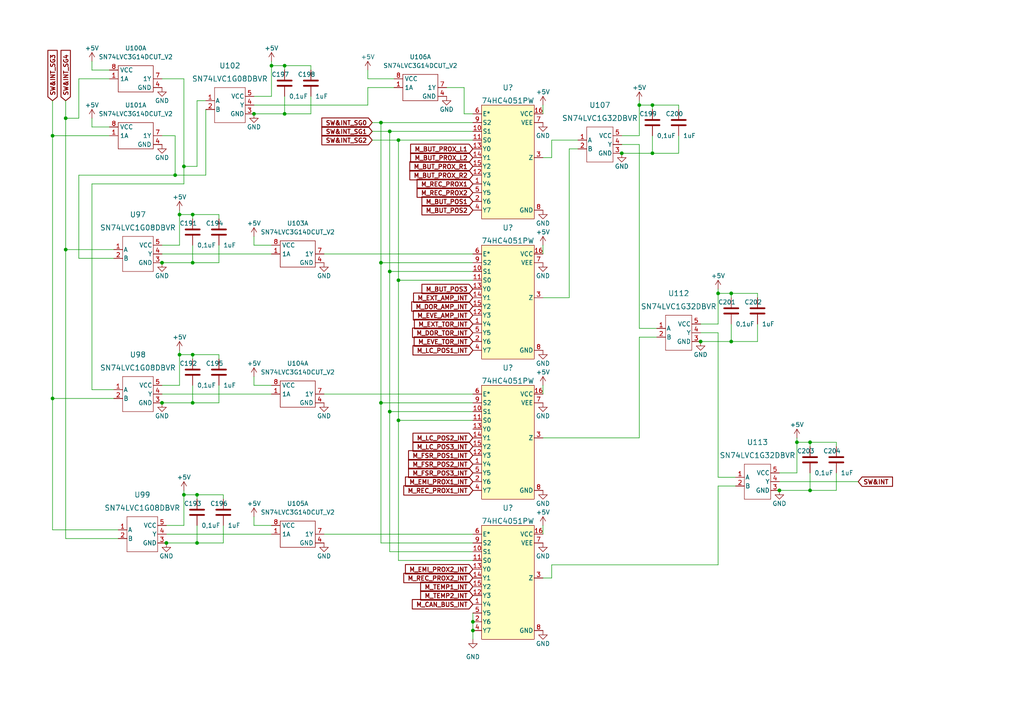
<source format=kicad_sch>
(kicad_sch (version 20211123) (generator eeschema)
  (paper "A4")
  (title_block (title "BUMBLEBEE") (date "2024-01-15") (rev "1.00") (company "ExoFlex") (comment 1 "Bumblebee"))
  (lib_symbols
    (symbol "Device:C" (pin_numbers hide) (pin_names (offset 0.254))
      (property "Reference" "C" (at 0.635 2.54 0))
      (property "Value" "C" (at 0.635 -2.54 0))
      (symbol "C_0_1"
        (polyline (pts (xy -2.032 -0.762) (xy 2.032 -0.762)) (stroke (width 0.508)))
        (polyline (pts (xy -2.032 0.762) (xy 2.032 0.762)) (stroke (width 0.508)))
      )
      (symbol "C_1_1"
        (pin passive line (at 0 3.81 270) (length 2.794) (name "~") (number "1"))
        (pin passive line (at 0 -3.81 90) (length 2.794) (name "~") (number "2"))
      )
    )
    (symbol "SymLib:74HC4051PW" (pin_names (offset 0.254))
      (property "Reference" "U" (at 21.59 10.16 0))
      (property "Value" "74HC4051PW" (at 22.86 6.35 0))
      (symbol "74HC4051PW_0_0"
        (rectangle (start 15.24 5.08) (end 30.48 -27.94) (fill (type background)))
      )
      (symbol "74HC4051PW_0_1"
        (pin bidirectional line (at 12.7 -17.78 0) (length 2.54) (name "Y4") (number "1"))
        (pin input line (at 12.7 -2.54 0) (length 2.54) (name "S1") (number "10"))
        (pin input line (at 12.7 -5.08 0) (length 2.54) (name "S0") (number "11"))
        (pin bidirectional line (at 12.7 -15.24 0) (length 2.54) (name "Y3") (number "12"))
        (pin bidirectional line (at 12.7 -7.62 0) (length 2.54) (name "Y0") (number "13"))
        (pin bidirectional line (at 12.7 -10.16 0) (length 2.54) (name "Y1") (number "14"))
        (pin bidirectional line (at 12.7 -12.7 0) (length 2.54) (name "Y2") (number "15"))
        (pin power_in line (at 33.02 2.54 180) (length 2.54) (name "VCC") (number "16"))
        (pin bidirectional line (at 12.7 -22.86 0) (length 2.54) (name "Y6") (number "2"))
        (pin bidirectional line (at 33.02 -10.16 180) (length 2.54) (name "Z") (number "3"))
        (pin bidirectional line (at 12.7 -25.4 0) (length 2.54) (name "Y7") (number "4"))
        (pin bidirectional line (at 12.7 -20.32 0) (length 2.54) (name "Y5") (number "5"))
        (pin input line (at 12.7 2.54 0) (length 2.54) (name "E*") (number "6"))
        (pin power_in line (at 33.02 0 180) (length 2.54) (name "VEE") (number "7"))
        (pin power_in line (at 33.02 -25.4 180) (length 2.54) (name "GND") (number "8"))
        (pin input line (at 12.7 0 0) (length 2.54) (name "S2") (number "9"))
      )
    )
    (symbol "SymLib:SN74LVC1G08DBVR" (pin_names (offset 0.254))
      (property "Reference" "U" (at 25.4 10.16 0))
      (property "Value" "SN74LVC1G08DBVR" (at 25.4 7.62 0))
      (symbol "SN74LVC1G08DBVR_0_1"
        (polyline (pts (xy 20.32 -7.62) (xy 29.21 -7.62)) (stroke (width 0.127)))
        (polyline (pts (xy 20.32 2.54) (xy 20.32 -7.62)) (stroke (width 0.127)))
        (polyline (pts (xy 29.21 -7.62) (xy 29.21 2.54)) (stroke (width 0.127)))
        (polyline (pts (xy 29.21 2.54) (xy 20.32 2.54)) (stroke (width 0.127)))
        (pin input line (at 17.78 -1.27 0) (length 2.54) (name "A") (number "1"))
        (pin input line (at 17.78 -3.81 0) (length 2.54) (name "B") (number "2"))
        (pin power_in line (at 31.75 -5.08 180) (length 2.54) (name "GND") (number "3"))
        (pin output line (at 31.75 -2.54 180) (length 2.54) (name "Y") (number "4"))
        (pin power_in line (at 31.75 0 180) (length 2.54) (name "VCC") (number "5"))
      )
    )
    (symbol "SymLib:SN74LVC1G32DBVR" (pin_names (offset 0.254))
      (property "Reference" "U" (at 25.4 10.16 0))
      (property "Value" "SN74LVC1G32DBVR" (at 25.4 7.62 0))
      (symbol "SN74LVC1G32DBVR_0_1"
        (polyline (pts (xy 21.59 -7.62) (xy 29.21 -7.62)) (stroke (width 0.127)))
        (polyline (pts (xy 21.59 2.54) (xy 21.59 -7.62)) (stroke (width 0.127)))
        (polyline (pts (xy 29.21 -7.62) (xy 29.21 2.54)) (stroke (width 0.127)))
        (polyline (pts (xy 29.21 2.54) (xy 21.59 2.54)) (stroke (width 0.127)))
        (pin input line (at 19.05 -1.27 0) (length 2.54) (name "A") (number "1"))
        (pin input line (at 19.05 -3.81 0) (length 2.54) (name "B") (number "2"))
        (pin power_in line (at 31.75 -5.08 180) (length 2.54) (name "GND") (number "3"))
        (pin output line (at 31.75 -2.54 180) (length 2.54) (name "Y") (number "4"))
        (pin power_in line (at 31.75 0 180) (length 2.54) (name "VCC") (number "5"))
      )
    )
    (symbol "SymLib:SN74LVC3G14DCUT_V2"
      (property "Reference" "U" (at -3.81 5.08 0))
      (property "Value" "SN74LVC3G14DCUT_V2" (at 0 -5.08 0))
      (symbol "SN74LVC3G14DCUT_V2_0_1"
        (rectangle (start -5.08 -3.81) (end 5.08 -3.81))
        (rectangle (start -5.08 3.81) (end -5.08 -3.81))
        (rectangle (start -5.08 3.81) (end 5.08 3.81))
        (rectangle (start 5.08 3.81) (end 5.08 -3.81))
      )
      (symbol "SN74LVC3G14DCUT_V2_1_1"
        (pin bidirectional line (at -7.62 0 0) (length 2.54) (name "1A") (number "1"))
        (pin bidirectional line (at 7.62 -2.54 180) (length 2.54) (name "GND") (number "4"))
        (pin output line (at 7.62 0 180) (length 2.54) (name "1Y") (number "7"))
        (pin bidirectional line (at -7.62 2.54 0) (length 2.54) (name "VCC") (number "8"))
      )
      (symbol "SN74LVC3G14DCUT_V2_2_1"
        (pin bidirectional line (at -7.62 0 0) (length 2.54) (name "2A") (number "3"))
        (pin output line (at 7.62 0 180) (length 2.54) (name "2Y") (number "5"))
      )
      (symbol "SN74LVC3G14DCUT_V2_3_1"
        (pin output line (at 7.62 0 180) (length 2.54) (name "3Y") (number "2"))
        (pin bidirectional line (at -7.62 0 0) (length 2.54) (name "3A") (number "6"))
      )
    )
    (symbol "power:+5V" (power) (pin_names (offset 0))
      (property "Value" "+5V" (at 0 3.556 0))
      (symbol "+5V_0_1"
        (polyline (pts (xy -0.762 1.27) (xy 0 2.54)))
        (polyline (pts (xy 0 0) (xy 0 2.54)))
        (polyline (pts (xy 0 2.54) (xy 0.762 1.27)))
      )
      (symbol "+5V_1_1"
        (pin power_in line (at 0 0 90) (length 0) hide (name "+5V") (number "1"))
      )
    )
    (symbol "power:GND" (power) (pin_names (offset 0))
      (property "Value" "GND" (at 0 -3.81 0))
      (symbol "GND_0_1"
        (polyline (pts (xy 0 0) (xy 0 -1.27) (xy 1.27 -1.27) (xy 0 -2.54) (xy -1.27 -1.27) (xy 0 -1.27)))
      )
      (symbol "GND_1_1"
        (pin power_in line (at 0 0 270) (length 0) hide (name "GND") (number "1"))
      )
    )
  )
  (junction (at 137.16 180.34))
  (junction (at 115.57 40.64))
  (junction (at 50.8 50.8))
  (junction (at 78.74 19.05))
  (junction (at 113.03 119.38))
  (junction (at 15.24 39.37))
  (junction (at 113.03 38.1))
  (junction (at 234.95 128.27))
  (junction (at 189.23 30.48))
  (junction (at 19.05 34.29))
  (junction (at 52.07 102.87))
  (junction (at 115.57 81.28))
  (junction (at 55.88 76.2))
  (junction (at 46.99 76.2))
  (junction (at 208.28 85.09))
  (junction (at 212.09 85.09))
  (junction (at 55.88 102.87))
  (junction (at 82.55 33.02))
  (junction (at 110.49 35.56))
  (junction (at 110.49 116.84))
  (junction (at 212.09 99.06))
  (junction (at 46.99 116.84))
  (junction (at 82.55 19.05))
  (junction (at 203.2 99.06))
  (junction (at 180.34 44.45))
  (junction (at 226.06 142.24))
  (junction (at 19.05 72.39))
  (junction (at 53.34 143.51))
  (junction (at 55.88 116.84))
  (junction (at 53.34 48.26))
  (junction (at 137.16 182.88))
  (junction (at 55.88 62.23))
  (junction (at 57.15 157.48))
  (junction (at 73.66 33.02))
  (junction (at 57.15 143.51))
  (junction (at 115.57 121.92))
  (junction (at 185.42 30.48))
  (junction (at 234.95 142.24))
  (junction (at 110.49 76.2))
  (junction (at 15.24 115.57))
  (junction (at 48.26 157.48))
  (junction (at 189.23 44.45))
  (junction (at 113.03 78.74))
  (junction (at 52.07 62.23))
  (junction (at 231.14 128.27))
  (wire (pts (xy 93.98 114.3) (xy 137.16 114.3)))
  (wire (pts (xy 231.14 127) (xy 231.14 128.27)))
  (wire (pts (xy 189.23 31.75) (xy 189.23 30.48)))
  (wire (pts (xy 55.88 76.2) (xy 63.5 76.2)))
  (wire (pts (xy 53.34 53.34) (xy 26.67 53.34)))
  (wire (pts (xy 134.62 25.4) (xy 134.62 33.02)))
  (wire (pts (xy 73.66 111.76) (xy 78.74 111.76)))
  (wire (pts (xy 48.26 157.48) (xy 57.15 157.48)))
  (wire (pts (xy 110.49 116.84) (xy 110.49 157.48)))
  (wire (pts (xy 15.24 39.37) (xy 15.24 115.57)))
  (wire (pts (xy 110.49 157.48) (xy 137.16 157.48)))
  (wire (pts (xy 64.77 152.4) (xy 64.77 157.48)))
  (wire (pts (xy 46.99 114.3) (xy 78.74 114.3)))
  (wire (pts (xy 15.24 153.67) (xy 34.29 153.67)))
  (wire (pts (xy 26.67 113.03) (xy 33.02 113.03)))
  (wire (pts (xy 242.57 129.54) (xy 242.57 128.27)))
  (wire (pts (xy 46.99 76.2) (xy 55.88 76.2)))
  (wire (pts (xy 73.66 30.48) (xy 106.68 30.48)))
  (wire (pts (xy 53.34 143.51) (xy 53.34 152.4)))
  (wire (pts (xy 180.34 41.91) (xy 185.42 41.91)))
  (wire (pts (xy 55.88 111.76) (xy 55.88 116.84)))
  (wire (pts (xy 115.57 81.28) (xy 115.57 121.92)))
  (wire (pts (xy 50.8 50.8) (xy 59.69 50.8)))
  (wire (pts (xy 231.14 128.27) (xy 234.95 128.27)))
  (wire (pts (xy 19.05 34.29) (xy 19.05 72.39)))
  (wire (pts (xy 134.62 33.02) (xy 137.16 33.02)))
  (wire (pts (xy 185.42 29.21) (xy 185.42 30.48)))
  (wire (pts (xy 15.24 115.57) (xy 33.02 115.57)))
  (wire (pts (xy 113.03 160.02) (xy 137.16 160.02)))
  (wire (pts (xy 46.99 22.86) (xy 53.34 22.86)))
  (wire (pts (xy 160.02 163.83) (xy 160.02 167.64)))
  (wire (pts (xy 78.74 17.78) (xy 78.74 19.05)))
  (wire (pts (xy 73.66 68.58) (xy 73.66 71.12)))
  (wire (pts (xy 22.86 22.86) (xy 31.75 22.86)))
  (wire (pts (xy 160.02 40.64) (xy 160.02 45.72)))
  (wire (pts (xy 73.66 27.94) (xy 78.74 27.94)))
  (wire (pts (xy 52.07 101.6) (xy 52.07 102.87)))
  (wire (pts (xy 113.03 38.1) (xy 113.03 78.74)))
  (wire (pts (xy 26.67 36.83) (xy 31.75 36.83)))
  (wire (pts (xy 82.55 33.02) (xy 90.17 33.02)))
  (wire (pts (xy 22.86 50.8) (xy 22.86 74.93)))
  (wire (pts (xy 78.74 19.05) (xy 78.74 27.94)))
  (wire (pts (xy 106.68 20.32) (xy 106.68 22.86)))
  (wire (pts (xy 55.88 104.14) (xy 55.88 102.87)))
  (wire (pts (xy 113.03 78.74) (xy 113.03 119.38)))
  (wire (pts (xy 208.28 96.52) (xy 208.28 138.43)))
  (wire (pts (xy 73.66 71.12) (xy 78.74 71.12)))
  (wire (pts (xy 26.67 17.78) (xy 26.67 20.32)))
  (wire (pts (xy 22.86 50.8) (xy 50.8 50.8)))
  (wire (pts (xy 203.2 93.98) (xy 208.28 93.98)))
  (wire (pts (xy 185.42 97.79) (xy 185.42 127)))
  (wire (pts (xy 137.16 180.34) (xy 137.16 182.88)))
  (wire (pts (xy 55.88 116.84) (xy 63.5 116.84)))
  (wire (pts (xy 19.05 72.39) (xy 33.02 72.39)))
  (wire (pts (xy 57.15 157.48) (xy 64.77 157.48)))
  (wire (pts (xy 208.28 85.09) (xy 212.09 85.09)))
  (wire (pts (xy 53.34 22.86) (xy 53.34 48.26)))
  (wire (pts (xy 212.09 86.36) (xy 212.09 85.09)))
  (wire (pts (xy 52.07 62.23) (xy 52.07 71.12)))
  (wire (pts (xy 50.8 39.37) (xy 50.8 50.8)))
  (wire (pts (xy 129.54 25.4) (xy 134.62 25.4)))
  (wire (pts (xy 107.95 38.1) (xy 113.03 38.1)))
  (wire (pts (xy 26.67 20.32) (xy 31.75 20.32)))
  (wire (pts (xy 226.06 139.7) (xy 248.92 139.7)))
  (wire (pts (xy 46.99 73.66) (xy 78.74 73.66)))
  (wire (pts (xy 52.07 62.23) (xy 55.88 62.23)))
  (wire (pts (xy 19.05 72.39) (xy 19.05 156.21)))
  (wire (pts (xy 213.36 140.97) (xy 208.28 140.97)))
  (wire (pts (xy 57.15 48.26) (xy 53.34 48.26)))
  (wire (pts (xy 157.48 111.76) (xy 157.48 114.3)))
  (wire (pts (xy 196.85 31.75) (xy 196.85 30.48)))
  (wire (pts (xy 64.77 143.51) (xy 57.15 143.51)))
  (wire (pts (xy 226.06 142.24) (xy 234.95 142.24)))
  (wire (pts (xy 137.16 177.8) (xy 137.16 180.34)))
  (wire (pts (xy 82.55 27.94) (xy 82.55 33.02)))
  (wire (pts (xy 59.69 29.21) (xy 57.15 29.21)))
  (wire (pts (xy 93.98 73.66) (xy 137.16 73.66)))
  (wire (pts (xy 57.15 29.21) (xy 57.15 48.26)))
  (wire (pts (xy 110.49 76.2) (xy 110.49 116.84)))
  (wire (pts (xy 157.48 71.12) (xy 157.48 73.66)))
  (wire (pts (xy 157.48 152.4) (xy 157.48 154.94)))
  (wire (pts (xy 208.28 140.97) (xy 208.28 163.83)))
  (wire (pts (xy 219.71 86.36) (xy 219.71 85.09)))
  (wire (pts (xy 203.2 96.52) (xy 208.28 96.52)))
  (wire (pts (xy 115.57 121.92) (xy 137.16 121.92)))
  (wire (pts (xy 90.17 20.32) (xy 90.17 19.05)))
  (wire (pts (xy 185.42 30.48) (xy 189.23 30.48)))
  (wire (pts (xy 26.67 53.34) (xy 26.67 113.03)))
  (wire (pts (xy 110.49 35.56) (xy 110.49 76.2)))
  (wire (pts (xy 226.06 137.16) (xy 231.14 137.16)))
  (wire (pts (xy 115.57 40.64) (xy 115.57 81.28)))
  (wire (pts (xy 165.1 43.18) (xy 165.1 86.36)))
  (wire (pts (xy 113.03 119.38) (xy 137.16 119.38)))
  (wire (pts (xy 106.68 22.86) (xy 114.3 22.86)))
  (wire (pts (xy 160.02 45.72) (xy 157.48 45.72)))
  (wire (pts (xy 137.16 182.88) (xy 137.16 185.42)))
  (wire (pts (xy 26.67 34.29) (xy 26.67 36.83)))
  (wire (pts (xy 107.95 35.56) (xy 110.49 35.56)))
  (wire (pts (xy 110.49 35.56) (xy 137.16 35.56)))
  (wire (pts (xy 59.69 50.8) (xy 59.69 31.75)))
  (wire (pts (xy 22.86 22.86) (xy 22.86 34.29)))
  (wire (pts (xy 82.55 20.32) (xy 82.55 19.05)))
  (wire (pts (xy 52.07 102.87) (xy 55.88 102.87)))
  (wire (pts (xy 242.57 137.16) (xy 242.57 142.24)))
  (wire (pts (xy 52.07 60.96) (xy 52.07 62.23)))
  (wire (pts (xy 242.57 128.27) (xy 234.95 128.27)))
  (wire (pts (xy 110.49 76.2) (xy 137.16 76.2)))
  (wire (pts (xy 189.23 44.45) (xy 196.85 44.45)))
  (wire (pts (xy 180.34 44.45) (xy 189.23 44.45)))
  (wire (pts (xy 19.05 29.21) (xy 19.05 34.29)))
  (wire (pts (xy 46.99 71.12) (xy 52.07 71.12)))
  (wire (pts (xy 157.48 127) (xy 185.42 127)))
  (wire (pts (xy 208.28 138.43) (xy 213.36 138.43)))
  (wire (pts (xy 22.86 74.93) (xy 33.02 74.93)))
  (wire (pts (xy 208.28 163.83) (xy 160.02 163.83)))
  (wire (pts (xy 106.68 25.4) (xy 114.3 25.4)))
  (wire (pts (xy 90.17 27.94) (xy 90.17 33.02)))
  (wire (pts (xy 167.64 43.18) (xy 165.1 43.18)))
  (wire (pts (xy 190.5 97.79) (xy 185.42 97.79)))
  (wire (pts (xy 107.95 40.64) (xy 115.57 40.64)))
  (wire (pts (xy 52.07 102.87) (xy 52.07 111.76)))
  (wire (pts (xy 78.74 19.05) (xy 82.55 19.05)))
  (wire (pts (xy 63.5 111.76) (xy 63.5 116.84)))
  (wire (pts (xy 212.09 99.06) (xy 219.71 99.06)))
  (wire (pts (xy 63.5 63.5) (xy 63.5 62.23)))
  (wire (pts (xy 219.71 85.09) (xy 212.09 85.09)))
  (wire (pts (xy 234.95 129.54) (xy 234.95 128.27)))
  (wire (pts (xy 55.88 63.5) (xy 55.88 62.23)))
  (wire (pts (xy 165.1 86.36) (xy 157.48 86.36)))
  (wire (pts (xy 185.42 30.48) (xy 185.42 39.37)))
  (wire (pts (xy 219.71 93.98) (xy 219.71 99.06)))
  (wire (pts (xy 63.5 102.87) (xy 55.88 102.87)))
  (wire (pts (xy 63.5 71.12) (xy 63.5 76.2)))
  (wire (pts (xy 73.66 33.02) (xy 82.55 33.02)))
  (wire (pts (xy 63.5 62.23) (xy 55.88 62.23)))
  (wire (pts (xy 46.99 111.76) (xy 52.07 111.76)))
  (wire (pts (xy 73.66 152.4) (xy 78.74 152.4)))
  (wire (pts (xy 15.24 115.57) (xy 15.24 153.67)))
  (wire (pts (xy 208.28 85.09) (xy 208.28 93.98)))
  (wire (pts (xy 90.17 19.05) (xy 82.55 19.05)))
  (wire (pts (xy 203.2 99.06) (xy 212.09 99.06)))
  (wire (pts (xy 64.77 144.78) (xy 64.77 143.51)))
  (wire (pts (xy 53.34 48.26) (xy 53.34 53.34)))
  (wire (pts (xy 19.05 156.21) (xy 34.29 156.21)))
  (wire (pts (xy 15.24 29.21) (xy 15.24 39.37)))
  (wire (pts (xy 115.57 162.56) (xy 137.16 162.56)))
  (wire (pts (xy 46.99 116.84) (xy 55.88 116.84)))
  (wire (pts (xy 115.57 40.64) (xy 137.16 40.64)))
  (wire (pts (xy 113.03 38.1) (xy 137.16 38.1)))
  (wire (pts (xy 113.03 119.38) (xy 113.03 160.02)))
  (wire (pts (xy 137.16 78.74) (xy 113.03 78.74)))
  (wire (pts (xy 73.66 149.86) (xy 73.66 152.4)))
  (wire (pts (xy 115.57 121.92) (xy 115.57 162.56)))
  (wire (pts (xy 55.88 71.12) (xy 55.88 76.2)))
  (wire (pts (xy 22.86 34.29) (xy 19.05 34.29)))
  (wire (pts (xy 110.49 116.84) (xy 137.16 116.84)))
  (wire (pts (xy 63.5 104.14) (xy 63.5 102.87)))
  (wire (pts (xy 212.09 93.98) (xy 212.09 99.06)))
  (wire (pts (xy 234.95 137.16) (xy 234.95 142.24)))
  (wire (pts (xy 53.34 143.51) (xy 57.15 143.51)))
  (wire (pts (xy 48.26 152.4) (xy 53.34 152.4)))
  (wire (pts (xy 48.26 154.94) (xy 78.74 154.94)))
  (wire (pts (xy 196.85 30.48) (xy 189.23 30.48)))
  (wire (pts (xy 196.85 39.37) (xy 196.85 44.45)))
  (wire (pts (xy 208.28 83.82) (xy 208.28 85.09)))
  (wire (pts (xy 73.66 109.22) (xy 73.66 111.76)))
  (wire (pts (xy 157.48 30.48) (xy 157.48 33.02)))
  (wire (pts (xy 57.15 144.78) (xy 57.15 143.51)))
  (wire (pts (xy 167.64 40.64) (xy 160.02 40.64)))
  (wire (pts (xy 53.34 142.24) (xy 53.34 143.51)))
  (wire (pts (xy 15.24 39.37) (xy 31.75 39.37)))
  (wire (pts (xy 57.15 152.4) (xy 57.15 157.48)))
  (wire (pts (xy 160.02 167.64) (xy 157.48 167.64)))
  (wire (pts (xy 115.57 81.28) (xy 137.16 81.28)))
  (wire (pts (xy 234.95 142.24) (xy 242.57 142.24)))
  (wire (pts (xy 185.42 95.25) (xy 190.5 95.25)))
  (wire (pts (xy 46.99 39.37) (xy 50.8 39.37)))
  (wire (pts (xy 189.23 39.37) (xy 189.23 44.45)))
  (wire (pts (xy 93.98 154.94) (xy 137.16 154.94)))
  (wire (pts (xy 106.68 30.48) (xy 106.68 25.4)))
  (wire (pts (xy 185.42 41.91) (xy 185.42 95.25)))
  (wire (pts (xy 231.14 128.27) (xy 231.14 137.16)))
  (wire (pts (xy 180.34 39.37) (xy 185.42 39.37)))
  (global_label "M_LC_POS1_INT" (shape input) (at 137.16 101.6 180) (effects (font bold)) (property "Intersheet References" "${INTERSHEET_REFS}" (effects hide)))
  (global_label "M_EMI_PROX2_INT" (shape input) (at 137.16 165.1 180) (effects (font bold)) (property "Intersheet References" "${INTERSHEET_REFS}" (effects hide)))
  (global_label "M_TEMP2_INT" (shape input) (at 137.16 172.72 180) (effects (font bold)) (property "Intersheet References" "${INTERSHEET_REFS}" (effects hide)))
  (global_label "M_REC_PROX1" (shape input) (at 137.16 53.34 180) (effects (font (thickness 0.254) bold)) (property "Intersheet References" "${INTERSHEET_REFS}" (effects hide)))
  (global_label "M_DOR_TOR_INT" (shape input) (at 137.16 96.52 180) (effects (font (thickness 0.254) bold)) (property "Intersheet References" "${INTERSHEET_REFS}" (effects hide)))
  (global_label "SW&INT_SG2" (shape input) (at 107.95 40.64 180) (effects (font (thickness 0.254) bold)) (property "Intersheet References" "${INTERSHEET_REFS}" (effects hide)))
  (global_label "M_TEMP1_INT" (shape input) (at 137.16 170.18 180) (effects (font bold)) (property "Intersheet References" "${INTERSHEET_REFS}" (effects hide)))
  (global_label "SW&INT_SG3" (shape input) (at 15.24 29.21 90) (effects (font (thickness 0.254) bold)) (property "Intersheet References" "${INTERSHEET_REFS}" (effects hide)))
  (global_label "M_REC_PROX1_INT" (shape input) (at 137.16 142.24 180) (effects (font bold)) (property "Intersheet References" "${INTERSHEET_REFS}" (effects hide)))
  (global_label "M_LC_POS3_INT" (shape input) (at 137.16 129.54 180) (effects (font bold)) (property "Intersheet References" "${INTERSHEET_REFS}" (effects hide)))
  (global_label "SW&INT_SG0" (shape input) (at 107.95 35.56 180) (effects (font (thickness 0.254) bold)) (property "Intersheet References" "${INTERSHEET_REFS}" (effects hide)))
  (global_label "M_EXT_AMP_INT" (shape input) (at 137.16 86.36 180) (effects (font (thickness 0.254) bold)) (property "Intersheet References" "${INTERSHEET_REFS}" (effects hide)))
  (global_label "M_LC_POS2_INT" (shape input) (at 137.16 127 180) (effects (font bold)) (property "Intersheet References" "${INTERSHEET_REFS}" (effects hide)))
  (global_label "M_REC_PROX2_INT" (shape input) (at 137.16 167.64 180) (effects (font bold)) (property "Intersheet References" "${INTERSHEET_REFS}" (effects hide)))
  (global_label "M_FSR_POS1_INT" (shape input) (at 137.16 132.08 180) (effects (font (thickness 0.254) bold)) (property "Intersheet References" "${INTERSHEET_REFS}" (effects hide)))
  (global_label "M_EXT_TOR_INT" (shape input) (at 137.16 93.98 180) (effects (font (thickness 0.254) bold)) (property "Intersheet References" "${INTERSHEET_REFS}" (effects hide)))
  (global_label "SW&INT" (shape input) (at 248.92 139.7 0) (effects (font (thickness 0.254) bold)) (property "Intersheet References" "${INTERSHEET_REFS}" (effects hide)))
  (global_label "M_EVE_AMP_INT" (shape input) (at 137.16 91.44 180) (effects (font (thickness 0.254) bold)) (property "Intersheet References" "${INTERSHEET_REFS}" (effects hide)))
  (global_label "M_EMI_PROX1_INT" (shape input) (at 137.16 139.7 180) (effects (font bold)) (property "Intersheet References" "${INTERSHEET_REFS}" (effects hide)))
  (global_label "M_BUT_PROX_R1" (shape input) (at 137.16 48.26 180) (effects (font (thickness 0.254) bold)) (property "Intersheet References" "${INTERSHEET_REFS}" (effects hide)))
  (global_label "M_EVE_TOR_INT" (shape input) (at 137.16 99.06 180) (effects (font (thickness 0.254) bold)) (property "Intersheet References" "${INTERSHEET_REFS}" (effects hide)))
  (global_label "M_REC_PROX2" (shape input) (at 137.16 55.88 180) (effects (font (thickness 0.254) bold)) (property "Intersheet References" "${INTERSHEET_REFS}" (effects hide)))
  (global_label "M_BUT_PROX_R2" (shape input) (at 137.16 50.8 180) (effects (font (thickness 0.254) bold)) (property "Intersheet References" "${INTERSHEET_REFS}" (effects hide)))
  (global_label "M_FSR_POS2_INT" (shape input) (at 137.16 134.62 180) (effects (font (thickness 0.254) bold)) (property "Intersheet References" "${INTERSHEET_REFS}" (effects hide)))
  (global_label "M_BUT_POS3" (shape input) (at 137.16 83.82 180) (effects (font (thickness 0.254) bold)) (property "Intersheet References" "${INTERSHEET_REFS}" (effects hide)))
  (global_label "SW&INT_SG4" (shape input) (at 19.05 29.21 90) (effects (font (thickness 0.254) bold)) (property "Intersheet References" "${INTERSHEET_REFS}" (effects hide)))
  (global_label "M_FSR_POS3_INT" (shape input) (at 137.16 137.16 180) (effects (font (thickness 0.254) bold)) (property "Intersheet References" "${INTERSHEET_REFS}" (effects hide)))
  (global_label "M_DOR_AMP_INT" (shape input) (at 137.16 88.9 180) (effects (font (thickness 0.254) bold)) (property "Intersheet References" "${INTERSHEET_REFS}" (effects hide)))
  (global_label "M_BUT_PROX_L2" (shape input) (at 137.16 45.72 180) (effects (font (thickness 0.254) bold)) (property "Intersheet References" "${INTERSHEET_REFS}" (effects hide)))
  (global_label "M_CAN_BUS_INT" (shape input) (at 137.16 175.26 180) (effects (font bold)) (property "Intersheet References" "${INTERSHEET_REFS}" (effects hide)))
  (global_label "M_BUT_POS1" (shape input) (at 137.16 58.42 180) (effects (font (thickness 0.254) bold)) (property "Intersheet References" "${INTERSHEET_REFS}" (effects hide)))
  (global_label "M_BUT_PROX_L1" (shape input) (at 137.16 43.18 180) (effects (font (thickness 0.254) bold)) (property "Intersheet References" "${INTERSHEET_REFS}" (effects hide)))
  (global_label "SW&INT_SG1" (shape input) (at 107.95 38.1 180) (effects (font (thickness 0.254) bold)) (property "Intersheet References" "${INTERSHEET_REFS}" (effects hide)))
  (global_label "M_BUT_POS2" (shape input) (at 137.16 60.96 180) (effects (font (thickness 0.254) bold)) (property "Intersheet References" "${INTERSHEET_REFS}" (effects hide)))
  (symbol (lib_id "power:+5V") (at 106.68 20.32 0) (unit 1)
    (property "Reference" "#PWR0491" (effects hide))
    (property "Value" "+5V" (at 106.68 16.51 0))
  )
  (symbol (lib_id "power:GND") (at 157.48 35.56 0) (unit 1)
    (property "Reference" "#PWR?" (effects hide))
    (property "Value" "GND" (at 157.48 39.37 0))
  )
  (symbol (lib_id "Device:C") (at 234.95 133.35 0) (unit 1)
    (property "Reference" "C203" (at 231.14 130.81 0) (effects (justify left)))
    (property "Value" "0,1uF" (at 236.22 137.16 0) (effects (justify left)))
    (property "Footprint" "Capacitor_SMD:C_0603_1608Metric" (effects hide))
  )
  (symbol (lib_id "power:GND") (at 203.2 99.06 0) (unit 1)
    (property "Reference" "#PWR0504" (effects hide))
    (property "Value" "GND" (at 203.2 102.87 0))
  )
  (symbol (lib_id "Device:C") (at 63.5 107.95 0) (unit 1)
    (property "Reference" "C195" (at 59.69 105.41 0) (effects (justify left)))
    (property "Value" "1uF" (at 64.77 111.76 0) (effects (justify left)))
    (property "Footprint" "Capacitor_SMD:C_0603_1608Metric" (effects hide))
  )
  (symbol (lib_id "SymLib:SN74LVC3G14DCUT_V2") (at 121.92 25.4 0) (unit 1)
    (property "Reference" "U106" (at 121.92 16.51 0))
    (property "Value" "SN74LVC3G14DCUT_V2" (at 121.92 19.05 0))
    (property "Footprint" "FootPrint:SN74LVC3G14DCUT" (effects hide))
  )
  (symbol (lib_id "SymLib:SN74LVC1G08DBVR") (at 16.51 152.4 0) (unit 1)
    (property "Reference" "U99" (at 41.275 143.51 0) (effects (font (size 1.524 1.524))))
    (property "Value" "SN74LVC1G08DBVR" (at 41.275 147.32 0) (effects (font (size 1.524 1.524))))
    (property "Footprint" "FootPrint:SOT95P270X145-5N" (effects hide))
  )
  (symbol (lib_id "power:+5V") (at 157.48 30.48 0) (unit 1)
    (property "Reference" "#PWR0495" (effects hide))
    (property "Value" "+5V" (at 157.48 26.67 0))
  )
  (symbol (lib_id "power:GND") (at 93.98 157.48 0) (unit 1)
    (property "Reference" "#PWR0490" (effects hide))
    (property "Value" "GND" (at 93.98 161.29 0))
  )
  (symbol (lib_id "Device:C") (at 64.77 148.59 0) (unit 1)
    (property "Reference" "C196" (at 60.96 146.05 0) (effects (justify left)))
    (property "Value" "1uF" (at 66.04 152.4 0) (effects (justify left)))
    (property "Footprint" "Capacitor_SMD:C_0603_1608Metric" (effects hide))
  )
  (symbol (lib_id "power:+5V") (at 52.07 60.96 0) (unit 1)
    (property "Reference" "#PWR0480" (effects hide))
    (property "Value" "+5V" (at 52.07 57.15 0))
  )
  (symbol (lib_id "power:GND") (at 93.98 116.84 0) (unit 1)
    (property "Reference" "#PWR0489" (effects hide))
    (property "Value" "GND" (at 93.98 120.65 0))
  )
  (symbol (lib_id "Device:C") (at 55.88 67.31 0) (unit 1)
    (property "Reference" "C191" (at 52.07 64.77 0) (effects (justify left)))
    (property "Value" "0,1uF" (at 57.15 71.12 0) (effects (justify left)))
    (property "Footprint" "Capacitor_SMD:C_0603_1608Metric" (effects hide))
  )
  (symbol (lib_id "power:GND") (at 157.48 101.6 0) (unit 1)
    (property "Reference" "#PWR0497" (effects hide))
    (property "Value" "GND" (at 157.48 105.41 0))
  )
  (symbol (lib_id "SymLib:74HC4051PW") (at 124.46 157.48 0) (unit 1)
    (property "Reference" "U?" (at 147.32 147.32 0) (effects (font (size 1.524 1.524))))
    (property "Value" "74HC4051PW" (at 147.32 151.13 0) (effects (font (size 1.524 1.524))))
    (property "Footprint" "FootPrint:SOT403-1_NXP" (effects hide))
    (property "Datasheet" "74HC4051PW" (effects hide))
  )
  (symbol (lib_id "power:GND") (at 46.99 41.91 0) (unit 1)
    (property "Reference" "#PWR0476" (effects hide))
    (property "Value" "GND" (at 46.99 45.72 0))
  )
  (symbol (lib_id "power:GND") (at 157.48 142.24 0) (unit 1)
    (property "Reference" "#PWR0499" (effects hide))
    (property "Value" "GND" (at 157.48 146.05 0))
  )
  (symbol (lib_id "Device:C") (at 90.17 24.13 0) (unit 1)
    (property "Reference" "C198" (at 86.36 21.59 0) (effects (justify left)))
    (property "Value" "1uF" (at 91.44 27.94 0) (effects (justify left)))
    (property "Footprint" "Capacitor_SMD:C_0603_1608Metric" (effects hide))
  )
  (symbol (lib_id "power:+5V") (at 52.07 101.6 0) (unit 1)
    (property "Reference" "#PWR0481" (effects hide))
    (property "Value" "+5V" (at 52.07 97.79 0))
  )
  (symbol (lib_id "SymLib:SN74LVC3G14DCUT_V2") (at 86.36 114.3 0) (unit 1)
    (property "Reference" "U104" (at 86.36 105.41 0))
    (property "Value" "SN74LVC3G14DCUT_V2" (at 86.36 107.95 0))
    (property "Footprint" "FootPrint:SN74LVC3G14DCUT" (effects hide))
  )
  (symbol (lib_id "power:GND") (at 46.99 76.2 0) (unit 1)
    (property "Reference" "#PWR0477" (effects hide))
    (property "Value" "GND" (at 46.99 80.01 0))
  )
  (symbol (lib_id "power:+5V") (at 73.66 109.22 0) (unit 1)
    (property "Reference" "#PWR0485" (effects hide))
    (property "Value" "+5V" (at 73.66 105.41 0))
  )
  (symbol (lib_id "Device:C") (at 219.71 90.17 0) (unit 1)
    (property "Reference" "C202" (at 215.9 87.63 0) (effects (justify left)))
    (property "Value" "1uF" (at 220.98 93.98 0) (effects (justify left)))
    (property "Footprint" "Capacitor_SMD:C_0603_1608Metric" (effects hide))
  )
  (symbol (lib_id "SymLib:74HC4051PW") (at 124.46 35.56 0) (unit 1)
    (property "Reference" "U?" (at 147.32 25.4 0) (effects (font (size 1.524 1.524))))
    (property "Value" "74HC4051PW" (at 147.32 29.21 0) (effects (font (size 1.524 1.524))))
    (property "Footprint" "FootPrint:SOT403-1_NXP" (effects hide))
    (property "Datasheet" "74HC4051PW" (effects hide))
  )
  (symbol (lib_id "power:GND") (at 157.48 116.84 0) (unit 1)
    (property "Reference" "#PWR?" (effects hide))
    (property "Value" "GND" (at 157.48 120.65 0))
  )
  (symbol (lib_id "SymLib:SN74LVC1G08DBVR") (at 41.91 27.94 0) (unit 1)
    (property "Reference" "U102" (at 66.675 19.05 0) (effects (font (size 1.524 1.524))))
    (property "Value" "SN74LVC1G08DBVR" (at 66.675 22.86 0) (effects (font (size 1.524 1.524))))
    (property "Footprint" "FootPrint:SOT95P270X145-5N" (effects hide))
  )
  (symbol (lib_id "power:GND") (at 129.54 27.94 0) (unit 1)
    (property "Reference" "#PWR0492" (effects hide))
    (property "Value" "GND" (at 129.54 31.75 0))
  )
  (symbol (lib_id "power:GND") (at 157.48 60.96 0) (unit 1)
    (property "Reference" "#PWR0494" (effects hide))
    (property "Value" "GND" (at 157.48 64.77 0))
  )
  (symbol (lib_id "Device:C") (at 242.57 133.35 0) (unit 1)
    (property "Reference" "C204" (at 238.76 130.81 0) (effects (justify left)))
    (property "Value" "1uF" (at 243.84 137.16 0) (effects (justify left)))
    (property "Footprint" "Capacitor_SMD:C_0603_1608Metric" (effects hide))
  )
  (symbol (lib_id "SymLib:SN74LVC1G32DBVR") (at 171.45 93.98 0) (unit 1)
    (property "Reference" "U112" (at 196.85 85.09 0) (effects (font (size 1.524 1.524))))
    (property "Value" "SN74LVC1G32DBVR" (at 196.85 88.9 0) (effects (font (size 1.524 1.524))))
    (property "Footprint" "FootPrint:SOT95P270X145-5N" (effects hide))
  )
  (symbol (lib_id "SymLib:SN74LVC3G14DCUT_V2") (at 86.36 154.94 0) (unit 1)
    (property "Reference" "U105" (at 86.36 146.05 0))
    (property "Value" "SN74LVC3G14DCUT_V2" (at 86.36 148.59 0))
    (property "Footprint" "FootPrint:SN74LVC3G14DCUT" (effects hide))
  )
  (symbol (lib_id "power:GND") (at 157.48 76.2 0) (unit 1)
    (property "Reference" "#PWR?" (effects hide))
    (property "Value" "GND" (at 157.48 80.01 0))
  )
  (symbol (lib_id "SymLib:74HC4051PW") (at 124.46 76.2 0) (unit 1)
    (property "Reference" "U?" (at 147.32 66.04 0) (effects (font (size 1.524 1.524))))
    (property "Value" "74HC4051PW" (at 147.32 69.85 0) (effects (font (size 1.524 1.524))))
    (property "Footprint" "FootPrint:SOT403-1_NXP" (effects hide))
    (property "Datasheet" "74HC4051PW" (effects hide))
  )
  (symbol (lib_id "SymLib:SN74LVC1G08DBVR") (at 15.24 71.12 0) (unit 1)
    (property "Reference" "U97" (at 40.005 62.23 0) (effects (font (size 1.524 1.524))))
    (property "Value" "SN74LVC1G08DBVR" (at 40.005 66.04 0) (effects (font (size 1.524 1.524))))
    (property "Footprint" "FootPrint:SOT95P270X145-5N" (effects hide))
  )
  (symbol (lib_id "power:GND") (at 137.16 185.42 0) (unit 1)
    (property "Reference" "#PWR0493" (effects hide))
    (property "Value" "GND" (at 137.16 190.5 0))
  )
  (symbol (lib_id "power:+5V") (at 157.48 152.4 0) (unit 1)
    (property "Reference" "#PWR0500" (effects hide))
    (property "Value" "+5V" (at 157.48 148.59 0))
  )
  (symbol (lib_id "power:+5V") (at 157.48 111.76 0) (unit 1)
    (property "Reference" "#PWR0498" (effects hide))
    (property "Value" "+5V" (at 157.48 107.95 0))
  )
  (symbol (lib_id "power:GND") (at 46.99 116.84 0) (unit 1)
    (property "Reference" "#PWR0478" (effects hide))
    (property "Value" "GND" (at 46.99 120.65 0))
  )
  (symbol (lib_id "power:+5V") (at 157.48 71.12 0) (unit 1)
    (property "Reference" "#PWR0496" (effects hide))
    (property "Value" "+5V" (at 157.48 67.31 0))
  )
  (symbol (lib_id "Device:C") (at 82.55 24.13 0) (unit 1)
    (property "Reference" "C197" (at 78.74 21.59 0) (effects (justify left)))
    (property "Value" "0,1uF" (at 83.82 27.94 0) (effects (justify left)))
    (property "Footprint" "Capacitor_SMD:C_0603_1608Metric" (effects hide))
  )
  (symbol (lib_id "power:+5V") (at 78.74 17.78 0) (unit 1)
    (property "Reference" "#PWR0487" (effects hide))
    (property "Value" "+5V" (at 78.74 13.97 0))
  )
  (symbol (lib_id "Device:C") (at 63.5 67.31 0) (unit 1)
    (property "Reference" "C194" (at 59.69 64.77 0) (effects (justify left)))
    (property "Value" "1uF" (at 64.77 71.12 0) (effects (justify left)))
    (property "Footprint" "Capacitor_SMD:C_0603_1608Metric" (effects hide))
  )
  (symbol (lib_id "Device:C") (at 212.09 90.17 0) (unit 1)
    (property "Reference" "C201" (at 208.28 87.63 0) (effects (justify left)))
    (property "Value" "0,1uF" (at 213.36 93.98 0) (effects (justify left)))
    (property "Footprint" "Capacitor_SMD:C_0603_1608Metric" (effects hide))
  )
  (symbol (lib_id "power:GND") (at 180.34 44.45 0) (unit 1)
    (property "Reference" "#PWR0502" (effects hide))
    (property "Value" "GND" (at 180.34 48.26 0))
  )
  (symbol (lib_id "power:+5V") (at 26.67 34.29 0) (unit 1)
    (property "Reference" "#PWR0474" (effects hide))
    (property "Value" "+5V" (at 26.67 30.48 0))
  )
  (symbol (lib_id "SymLib:SN74LVC3G14DCUT_V2") (at 86.36 73.66 0) (unit 1)
    (property "Reference" "U103" (at 86.36 64.77 0))
    (property "Value" "SN74LVC3G14DCUT_V2" (at 86.36 67.31 0))
    (property "Footprint" "FootPrint:SN74LVC3G14DCUT" (effects hide))
  )
  (symbol (lib_id "SymLib:SN74LVC3G14DCUT_V2") (at 39.37 39.37 0) (unit 1)
    (property "Reference" "U101" (at 39.37 30.48 0))
    (property "Value" "SN74LVC3G14DCUT_V2" (at 39.37 33.02 0))
    (property "Footprint" "FootPrint:SN74LVC3G14DCUT" (effects hide))
  )
  (symbol (lib_id "SymLib:SN74LVC1G32DBVR") (at 194.31 137.16 0) (unit 1)
    (property "Reference" "U113" (at 219.71 128.27 0) (effects (font (size 1.524 1.524))))
    (property "Value" "SN74LVC1G32DBVR" (at 219.71 132.08 0) (effects (font (size 1.524 1.524))))
    (property "Footprint" "FootPrint:SOT95P270X145-5N" (effects hide))
  )
  (symbol (lib_id "power:+5V") (at 231.14 127 0) (unit 1)
    (property "Reference" "#PWR0507" (effects hide))
    (property "Value" "+5V" (at 231.14 123.19 0))
  )
  (symbol (lib_id "power:+5V") (at 73.66 68.58 0) (unit 1)
    (property "Reference" "#PWR0484" (effects hide))
    (property "Value" "+5V" (at 73.66 64.77 0))
  )
  (symbol (lib_id "Device:C") (at 55.88 107.95 0) (unit 1)
    (property "Reference" "C192" (at 52.07 105.41 0) (effects (justify left)))
    (property "Value" "0,1uF" (at 57.15 111.76 0) (effects (justify left)))
    (property "Footprint" "Capacitor_SMD:C_0603_1608Metric" (effects hide))
  )
  (symbol (lib_id "SymLib:SN74LVC1G08DBVR") (at 15.24 111.76 0) (unit 1)
    (property "Reference" "U98" (at 40.005 102.87 0) (effects (font (size 1.524 1.524))))
    (property "Value" "SN74LVC1G08DBVR" (at 40.005 106.68 0) (effects (font (size 1.524 1.524))))
    (property "Footprint" "FootPrint:SOT95P270X145-5N" (effects hide))
  )
  (symbol (lib_id "power:GND") (at 73.66 33.02 0) (unit 1)
    (property "Reference" "#PWR0483" (effects hide))
    (property "Value" "GND" (at 73.66 36.83 0))
  )
  (symbol (lib_id "Device:C") (at 57.15 148.59 0) (unit 1)
    (property "Reference" "C193" (at 53.34 146.05 0) (effects (justify left)))
    (property "Value" "0,1uF" (at 58.42 152.4 0) (effects (justify left)))
    (property "Footprint" "Capacitor_SMD:C_0603_1608Metric" (effects hide))
  )
  (symbol (lib_id "Device:C") (at 189.23 35.56 0) (unit 1)
    (property "Reference" "C199" (at 185.42 33.02 0) (effects (justify left)))
    (property "Value" "0,1uF" (at 190.5 39.37 0) (effects (justify left)))
    (property "Footprint" "Capacitor_SMD:C_0603_1608Metric" (effects hide))
  )
  (symbol (lib_id "power:+5V") (at 185.42 29.21 0) (unit 1)
    (property "Reference" "#PWR0503" (effects hide))
    (property "Value" "+5V" (at 185.42 25.4 0))
  )
  (symbol (lib_id "power:GND") (at 93.98 76.2 0) (unit 1)
    (property "Reference" "#PWR0488" (effects hide))
    (property "Value" "GND" (at 93.98 80.01 0))
  )
  (symbol (lib_id "power:GND") (at 157.48 182.88 0) (unit 1)
    (property "Reference" "#PWR0501" (effects hide))
    (property "Value" "GND" (at 157.48 186.69 0))
  )
  (symbol (lib_id "Device:C") (at 196.85 35.56 0) (unit 1)
    (property "Reference" "C200" (at 193.04 33.02 0) (effects (justify left)))
    (property "Value" "1uF" (at 198.12 39.37 0) (effects (justify left)))
    (property "Footprint" "Capacitor_SMD:C_0603_1608Metric" (effects hide))
  )
  (symbol (lib_id "power:GND") (at 48.26 157.48 0) (unit 1)
    (property "Reference" "#PWR0479" (effects hide))
    (property "Value" "GND" (at 48.26 161.29 0))
  )
  (symbol (lib_id "SymLib:SN74LVC1G32DBVR") (at 148.59 39.37 0) (unit 1)
    (property "Reference" "U107" (at 173.99 30.48 0) (effects (font (size 1.524 1.524))))
    (property "Value" "SN74LVC1G32DBVR" (at 173.99 34.29 0) (effects (font (size 1.524 1.524))))
    (property "Footprint" "FootPrint:SOT95P270X145-5N" (effects hide))
  )
  (symbol (lib_id "SymLib:SN74LVC3G14DCUT_V2") (at 39.37 22.86 0) (unit 1)
    (property "Reference" "U100" (at 39.37 13.97 0))
    (property "Value" "SN74LVC3G14DCUT_V2" (at 39.37 16.51 0))
    (property "Footprint" "FootPrint:SN74LVC3G14DCUT" (effects hide))
  )
  (symbol (lib_id "power:GND") (at 46.99 25.4 0) (unit 1)
    (property "Reference" "#PWR0475" (effects hide))
    (property "Value" "GND" (at 46.99 29.21 0))
  )
  (symbol (lib_id "power:+5V") (at 208.28 83.82 0) (unit 1)
    (property "Reference" "#PWR0505" (effects hide))
    (property "Value" "+5V" (at 208.28 80.01 0))
  )
  (symbol (lib_id "power:+5V") (at 73.66 149.86 0) (unit 1)
    (property "Reference" "#PWR0486" (effects hide))
    (property "Value" "+5V" (at 73.66 146.05 0))
  )
  (symbol (lib_id "power:GND") (at 157.48 157.48 0) (unit 1)
    (property "Reference" "#PWR?" (effects hide))
    (property "Value" "GND" (at 157.48 161.29 0))
  )
  (symbol (lib_id "power:+5V") (at 26.67 17.78 0) (unit 1)
    (property "Reference" "#PWR0450" (effects hide))
    (property "Value" "+5V" (at 26.67 13.97 0))
  )
  (symbol (lib_id "power:GND") (at 226.06 142.24 0) (unit 1)
    (property "Reference" "#PWR0506" (effects hide))
    (property "Value" "GND" (at 226.06 146.05 0))
  )
  (symbol (lib_id "power:+5V") (at 53.34 142.24 0) (unit 1)
    (property "Reference" "#PWR0482" (effects hide))
    (property "Value" "+5V" (at 53.34 138.43 0))
  )
  (symbol (lib_id "SymLib:74HC4051PW") (at 124.46 116.84 0) (unit 1)
    (property "Reference" "U?" (at 147.32 106.68 0) (effects (font (size 1.524 1.524))))
    (property "Value" "74HC4051PW" (at 147.32 110.49 0) (effects (font (size 1.524 1.524))))
    (property "Footprint" "FootPrint:SOT403-1_NXP" (effects hide))
    (property "Datasheet" "74HC4051PW" (effects hide))
  )
)
</source>
